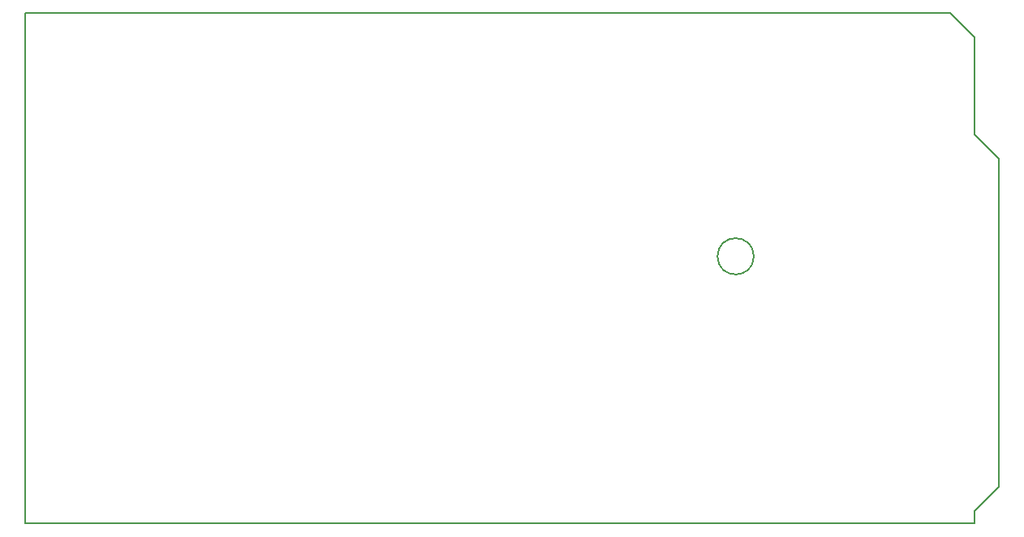
<source format=gbr>
%TF.GenerationSoftware,KiCad,Pcbnew,(5.1.2)-1*%
%TF.CreationDate,2020-09-11T17:40:03+02:00*%
%TF.ProjectId,ArduinoShield_SPIlinedriver_Sync_2V0,41726475-696e-46f5-9368-69656c645f53,3.1*%
%TF.SameCoordinates,Original*%
%TF.FileFunction,Profile,NP*%
%FSLAX46Y46*%
G04 Gerber Fmt 4.6, Leading zero omitted, Abs format (unit mm)*
G04 Created by KiCad (PCBNEW (5.1.2)-1) date 2020-09-11 17:40:03*
%MOMM*%
%LPD*%
G04 APERTURE LIST*
%ADD10C,0.150000*%
G04 APERTURE END LIST*
D10*
X179414093Y-93738700D02*
G75*
G03X179414093Y-93738700I-1893493J0D01*
G01*
X202438000Y-121666000D02*
X103378000Y-121666000D01*
X202438000Y-120396000D02*
X202438000Y-121666000D01*
X204978000Y-117856000D02*
X202438000Y-120396000D01*
X204978000Y-83566000D02*
X204978000Y-117856000D01*
X202438000Y-81026000D02*
X204978000Y-83566000D01*
X202438000Y-70866000D02*
X202438000Y-81026000D01*
X199898000Y-68326000D02*
X202438000Y-70866000D01*
X103378000Y-68326000D02*
X199898000Y-68326000D01*
X103378000Y-121666000D02*
X103378000Y-68326000D01*
M02*

</source>
